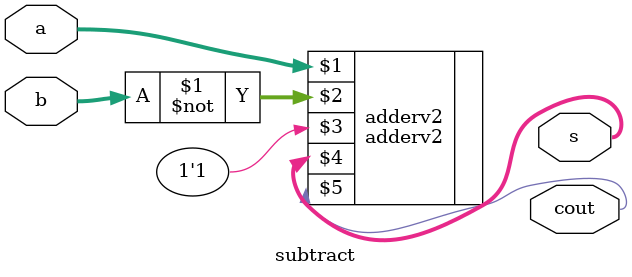
<source format=sv>
module subtract #(parameter N=4)
					(input logic[N-1:0] a, b,
					output logic[N-1:0] s,
					output logic cout);
	adderv2 #(N) adderv2(a, ~b, 1'b1, s, cout);
endmodule
</source>
